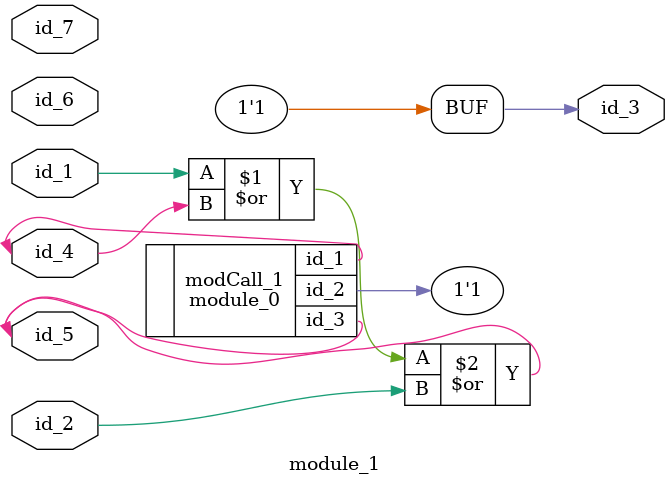
<source format=v>
module module_0 (
    id_1,
    id_2,
    id_3
);
  output wire id_3;
  output wire id_2;
  output wire id_1;
  assign id_3 = id_4;
endmodule
module module_1 (
    id_1,
    id_2,
    id_3,
    id_4,
    id_5,
    id_6,
    id_7
);
  input wire id_7;
  input wire id_6;
  inout wire id_5;
  inout wire id_4;
  output wire id_3;
  input wire id_2;
  input wire id_1;
  module_0 modCall_1 (
      id_4,
      id_3,
      id_5
  );
  wire id_8, id_9;
  or primCall (id_5, id_1, id_4, id_2);
  assign id_3 = -1;
endmodule

</source>
